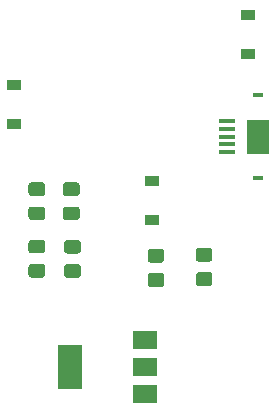
<source format=gbr>
G04 #@! TF.GenerationSoftware,KiCad,Pcbnew,(5.1.5)-3*
G04 #@! TF.CreationDate,2020-03-05T17:26:28+00:00*
G04 #@! TF.ProjectId,DigiSpark.schBackup,44696769-5370-4617-926b-2e7363684261,rev?*
G04 #@! TF.SameCoordinates,PX4f296e0PY8afe530*
G04 #@! TF.FileFunction,Paste,Top*
G04 #@! TF.FilePolarity,Positive*
%FSLAX46Y46*%
G04 Gerber Fmt 4.6, Leading zero omitted, Abs format (unit mm)*
G04 Created by KiCad (PCBNEW (5.1.5)-3) date 2020-03-05 17:26:28*
%MOMM*%
%LPD*%
G04 APERTURE LIST*
%ADD10C,0.100000*%
%ADD11R,1.200000X0.900000*%
%ADD12R,1.350000X0.400000*%
%ADD13R,1.900000X2.900000*%
%ADD14R,0.850000X0.300000*%
%ADD15R,2.000000X3.800000*%
%ADD16R,2.000000X1.500000*%
G04 APERTURE END LIST*
D10*
G36*
X20667505Y14839596D02*
G01*
X20691773Y14835996D01*
X20715572Y14830035D01*
X20738671Y14821770D01*
X20760850Y14811280D01*
X20781893Y14798668D01*
X20801599Y14784053D01*
X20819777Y14767577D01*
X20836253Y14749399D01*
X20850868Y14729693D01*
X20863480Y14708650D01*
X20873970Y14686471D01*
X20882235Y14663372D01*
X20888196Y14639573D01*
X20891796Y14615305D01*
X20893000Y14590801D01*
X20893000Y13940799D01*
X20891796Y13916295D01*
X20888196Y13892027D01*
X20882235Y13868228D01*
X20873970Y13845129D01*
X20863480Y13822950D01*
X20850868Y13801907D01*
X20836253Y13782201D01*
X20819777Y13764023D01*
X20801599Y13747547D01*
X20781893Y13732932D01*
X20760850Y13720320D01*
X20738671Y13709830D01*
X20715572Y13701565D01*
X20691773Y13695604D01*
X20667505Y13692004D01*
X20643001Y13690800D01*
X19742999Y13690800D01*
X19718495Y13692004D01*
X19694227Y13695604D01*
X19670428Y13701565D01*
X19647329Y13709830D01*
X19625150Y13720320D01*
X19604107Y13732932D01*
X19584401Y13747547D01*
X19566223Y13764023D01*
X19549747Y13782201D01*
X19535132Y13801907D01*
X19522520Y13822950D01*
X19512030Y13845129D01*
X19503765Y13868228D01*
X19497804Y13892027D01*
X19494204Y13916295D01*
X19493000Y13940799D01*
X19493000Y14590801D01*
X19494204Y14615305D01*
X19497804Y14639573D01*
X19503765Y14663372D01*
X19512030Y14686471D01*
X19522520Y14708650D01*
X19535132Y14729693D01*
X19549747Y14749399D01*
X19566223Y14767577D01*
X19584401Y14784053D01*
X19604107Y14798668D01*
X19625150Y14811280D01*
X19647329Y14821770D01*
X19670428Y14830035D01*
X19694227Y14835996D01*
X19718495Y14839596D01*
X19742999Y14840800D01*
X20643001Y14840800D01*
X20667505Y14839596D01*
G37*
G36*
X20667505Y16889596D02*
G01*
X20691773Y16885996D01*
X20715572Y16880035D01*
X20738671Y16871770D01*
X20760850Y16861280D01*
X20781893Y16848668D01*
X20801599Y16834053D01*
X20819777Y16817577D01*
X20836253Y16799399D01*
X20850868Y16779693D01*
X20863480Y16758650D01*
X20873970Y16736471D01*
X20882235Y16713372D01*
X20888196Y16689573D01*
X20891796Y16665305D01*
X20893000Y16640801D01*
X20893000Y15990799D01*
X20891796Y15966295D01*
X20888196Y15942027D01*
X20882235Y15918228D01*
X20873970Y15895129D01*
X20863480Y15872950D01*
X20850868Y15851907D01*
X20836253Y15832201D01*
X20819777Y15814023D01*
X20801599Y15797547D01*
X20781893Y15782932D01*
X20760850Y15770320D01*
X20738671Y15759830D01*
X20715572Y15751565D01*
X20691773Y15745604D01*
X20667505Y15742004D01*
X20643001Y15740800D01*
X19742999Y15740800D01*
X19718495Y15742004D01*
X19694227Y15745604D01*
X19670428Y15751565D01*
X19647329Y15759830D01*
X19625150Y15770320D01*
X19604107Y15782932D01*
X19584401Y15797547D01*
X19566223Y15814023D01*
X19549747Y15832201D01*
X19535132Y15851907D01*
X19522520Y15872950D01*
X19512030Y15895129D01*
X19503765Y15918228D01*
X19497804Y15942027D01*
X19494204Y15966295D01*
X19493000Y15990799D01*
X19493000Y16640801D01*
X19494204Y16665305D01*
X19497804Y16689573D01*
X19503765Y16713372D01*
X19512030Y16736471D01*
X19522520Y16758650D01*
X19535132Y16779693D01*
X19549747Y16799399D01*
X19566223Y16817577D01*
X19584401Y16834053D01*
X19604107Y16848668D01*
X19625150Y16861280D01*
X19647329Y16871770D01*
X19670428Y16880035D01*
X19694227Y16885996D01*
X19718495Y16889596D01*
X19742999Y16890800D01*
X20643001Y16890800D01*
X20667505Y16889596D01*
G37*
G36*
X24756905Y16965796D02*
G01*
X24781173Y16962196D01*
X24804972Y16956235D01*
X24828071Y16947970D01*
X24850250Y16937480D01*
X24871293Y16924868D01*
X24890999Y16910253D01*
X24909177Y16893777D01*
X24925653Y16875599D01*
X24940268Y16855893D01*
X24952880Y16834850D01*
X24963370Y16812671D01*
X24971635Y16789572D01*
X24977596Y16765773D01*
X24981196Y16741505D01*
X24982400Y16717001D01*
X24982400Y16066999D01*
X24981196Y16042495D01*
X24977596Y16018227D01*
X24971635Y15994428D01*
X24963370Y15971329D01*
X24952880Y15949150D01*
X24940268Y15928107D01*
X24925653Y15908401D01*
X24909177Y15890223D01*
X24890999Y15873747D01*
X24871293Y15859132D01*
X24850250Y15846520D01*
X24828071Y15836030D01*
X24804972Y15827765D01*
X24781173Y15821804D01*
X24756905Y15818204D01*
X24732401Y15817000D01*
X23832399Y15817000D01*
X23807895Y15818204D01*
X23783627Y15821804D01*
X23759828Y15827765D01*
X23736729Y15836030D01*
X23714550Y15846520D01*
X23693507Y15859132D01*
X23673801Y15873747D01*
X23655623Y15890223D01*
X23639147Y15908401D01*
X23624532Y15928107D01*
X23611920Y15949150D01*
X23601430Y15971329D01*
X23593165Y15994428D01*
X23587204Y16018227D01*
X23583604Y16042495D01*
X23582400Y16066999D01*
X23582400Y16717001D01*
X23583604Y16741505D01*
X23587204Y16765773D01*
X23593165Y16789572D01*
X23601430Y16812671D01*
X23611920Y16834850D01*
X23624532Y16855893D01*
X23639147Y16875599D01*
X23655623Y16893777D01*
X23673801Y16910253D01*
X23693507Y16924868D01*
X23714550Y16937480D01*
X23736729Y16947970D01*
X23759828Y16956235D01*
X23783627Y16962196D01*
X23807895Y16965796D01*
X23832399Y16967000D01*
X24732401Y16967000D01*
X24756905Y16965796D01*
G37*
G36*
X24756905Y14915796D02*
G01*
X24781173Y14912196D01*
X24804972Y14906235D01*
X24828071Y14897970D01*
X24850250Y14887480D01*
X24871293Y14874868D01*
X24890999Y14860253D01*
X24909177Y14843777D01*
X24925653Y14825599D01*
X24940268Y14805893D01*
X24952880Y14784850D01*
X24963370Y14762671D01*
X24971635Y14739572D01*
X24977596Y14715773D01*
X24981196Y14691505D01*
X24982400Y14667001D01*
X24982400Y14016999D01*
X24981196Y13992495D01*
X24977596Y13968227D01*
X24971635Y13944428D01*
X24963370Y13921329D01*
X24952880Y13899150D01*
X24940268Y13878107D01*
X24925653Y13858401D01*
X24909177Y13840223D01*
X24890999Y13823747D01*
X24871293Y13809132D01*
X24850250Y13796520D01*
X24828071Y13786030D01*
X24804972Y13777765D01*
X24781173Y13771804D01*
X24756905Y13768204D01*
X24732401Y13767000D01*
X23832399Y13767000D01*
X23807895Y13768204D01*
X23783627Y13771804D01*
X23759828Y13777765D01*
X23736729Y13786030D01*
X23714550Y13796520D01*
X23693507Y13809132D01*
X23673801Y13823747D01*
X23655623Y13840223D01*
X23639147Y13858401D01*
X23624532Y13878107D01*
X23611920Y13899150D01*
X23601430Y13921329D01*
X23593165Y13944428D01*
X23587204Y13968227D01*
X23583604Y13992495D01*
X23582400Y14016999D01*
X23582400Y14667001D01*
X23583604Y14691505D01*
X23587204Y14715773D01*
X23593165Y14739572D01*
X23601430Y14762671D01*
X23611920Y14784850D01*
X23624532Y14805893D01*
X23639147Y14825599D01*
X23655623Y14843777D01*
X23673801Y14860253D01*
X23693507Y14874868D01*
X23714550Y14887480D01*
X23736729Y14897970D01*
X23759828Y14906235D01*
X23783627Y14912196D01*
X23807895Y14915796D01*
X23832399Y14917000D01*
X24732401Y14917000D01*
X24756905Y14915796D01*
G37*
D11*
X8153400Y27458400D03*
X8153400Y30758400D03*
X19862800Y19355800D03*
X19862800Y22655800D03*
X28016200Y33402000D03*
X28016200Y36702000D03*
D10*
G36*
X13504705Y20478396D02*
G01*
X13528973Y20474796D01*
X13552772Y20468835D01*
X13575871Y20460570D01*
X13598050Y20450080D01*
X13619093Y20437468D01*
X13638799Y20422853D01*
X13656977Y20406377D01*
X13673453Y20388199D01*
X13688068Y20368493D01*
X13700680Y20347450D01*
X13711170Y20325271D01*
X13719435Y20302172D01*
X13725396Y20278373D01*
X13728996Y20254105D01*
X13730200Y20229601D01*
X13730200Y19579599D01*
X13728996Y19555095D01*
X13725396Y19530827D01*
X13719435Y19507028D01*
X13711170Y19483929D01*
X13700680Y19461750D01*
X13688068Y19440707D01*
X13673453Y19421001D01*
X13656977Y19402823D01*
X13638799Y19386347D01*
X13619093Y19371732D01*
X13598050Y19359120D01*
X13575871Y19348630D01*
X13552772Y19340365D01*
X13528973Y19334404D01*
X13504705Y19330804D01*
X13480201Y19329600D01*
X12580199Y19329600D01*
X12555695Y19330804D01*
X12531427Y19334404D01*
X12507628Y19340365D01*
X12484529Y19348630D01*
X12462350Y19359120D01*
X12441307Y19371732D01*
X12421601Y19386347D01*
X12403423Y19402823D01*
X12386947Y19421001D01*
X12372332Y19440707D01*
X12359720Y19461750D01*
X12349230Y19483929D01*
X12340965Y19507028D01*
X12335004Y19530827D01*
X12331404Y19555095D01*
X12330200Y19579599D01*
X12330200Y20229601D01*
X12331404Y20254105D01*
X12335004Y20278373D01*
X12340965Y20302172D01*
X12349230Y20325271D01*
X12359720Y20347450D01*
X12372332Y20368493D01*
X12386947Y20388199D01*
X12403423Y20406377D01*
X12421601Y20422853D01*
X12441307Y20437468D01*
X12462350Y20450080D01*
X12484529Y20460570D01*
X12507628Y20468835D01*
X12531427Y20474796D01*
X12555695Y20478396D01*
X12580199Y20479600D01*
X13480201Y20479600D01*
X13504705Y20478396D01*
G37*
G36*
X13504705Y22528396D02*
G01*
X13528973Y22524796D01*
X13552772Y22518835D01*
X13575871Y22510570D01*
X13598050Y22500080D01*
X13619093Y22487468D01*
X13638799Y22472853D01*
X13656977Y22456377D01*
X13673453Y22438199D01*
X13688068Y22418493D01*
X13700680Y22397450D01*
X13711170Y22375271D01*
X13719435Y22352172D01*
X13725396Y22328373D01*
X13728996Y22304105D01*
X13730200Y22279601D01*
X13730200Y21629599D01*
X13728996Y21605095D01*
X13725396Y21580827D01*
X13719435Y21557028D01*
X13711170Y21533929D01*
X13700680Y21511750D01*
X13688068Y21490707D01*
X13673453Y21471001D01*
X13656977Y21452823D01*
X13638799Y21436347D01*
X13619093Y21421732D01*
X13598050Y21409120D01*
X13575871Y21398630D01*
X13552772Y21390365D01*
X13528973Y21384404D01*
X13504705Y21380804D01*
X13480201Y21379600D01*
X12580199Y21379600D01*
X12555695Y21380804D01*
X12531427Y21384404D01*
X12507628Y21390365D01*
X12484529Y21398630D01*
X12462350Y21409120D01*
X12441307Y21421732D01*
X12421601Y21436347D01*
X12403423Y21452823D01*
X12386947Y21471001D01*
X12372332Y21490707D01*
X12359720Y21511750D01*
X12349230Y21533929D01*
X12340965Y21557028D01*
X12335004Y21580827D01*
X12331404Y21605095D01*
X12330200Y21629599D01*
X12330200Y22279601D01*
X12331404Y22304105D01*
X12335004Y22328373D01*
X12340965Y22352172D01*
X12349230Y22375271D01*
X12359720Y22397450D01*
X12372332Y22418493D01*
X12386947Y22438199D01*
X12403423Y22456377D01*
X12421601Y22472853D01*
X12441307Y22487468D01*
X12462350Y22500080D01*
X12484529Y22510570D01*
X12507628Y22518835D01*
X12531427Y22524796D01*
X12555695Y22528396D01*
X12580199Y22529600D01*
X13480201Y22529600D01*
X13504705Y22528396D01*
G37*
G36*
X13606305Y17651596D02*
G01*
X13630573Y17647996D01*
X13654372Y17642035D01*
X13677471Y17633770D01*
X13699650Y17623280D01*
X13720693Y17610668D01*
X13740399Y17596053D01*
X13758577Y17579577D01*
X13775053Y17561399D01*
X13789668Y17541693D01*
X13802280Y17520650D01*
X13812770Y17498471D01*
X13821035Y17475372D01*
X13826996Y17451573D01*
X13830596Y17427305D01*
X13831800Y17402801D01*
X13831800Y16752799D01*
X13830596Y16728295D01*
X13826996Y16704027D01*
X13821035Y16680228D01*
X13812770Y16657129D01*
X13802280Y16634950D01*
X13789668Y16613907D01*
X13775053Y16594201D01*
X13758577Y16576023D01*
X13740399Y16559547D01*
X13720693Y16544932D01*
X13699650Y16532320D01*
X13677471Y16521830D01*
X13654372Y16513565D01*
X13630573Y16507604D01*
X13606305Y16504004D01*
X13581801Y16502800D01*
X12681799Y16502800D01*
X12657295Y16504004D01*
X12633027Y16507604D01*
X12609228Y16513565D01*
X12586129Y16521830D01*
X12563950Y16532320D01*
X12542907Y16544932D01*
X12523201Y16559547D01*
X12505023Y16576023D01*
X12488547Y16594201D01*
X12473932Y16613907D01*
X12461320Y16634950D01*
X12450830Y16657129D01*
X12442565Y16680228D01*
X12436604Y16704027D01*
X12433004Y16728295D01*
X12431800Y16752799D01*
X12431800Y17402801D01*
X12433004Y17427305D01*
X12436604Y17451573D01*
X12442565Y17475372D01*
X12450830Y17498471D01*
X12461320Y17520650D01*
X12473932Y17541693D01*
X12488547Y17561399D01*
X12505023Y17579577D01*
X12523201Y17596053D01*
X12542907Y17610668D01*
X12563950Y17623280D01*
X12586129Y17633770D01*
X12609228Y17642035D01*
X12633027Y17647996D01*
X12657295Y17651596D01*
X12681799Y17652800D01*
X13581801Y17652800D01*
X13606305Y17651596D01*
G37*
G36*
X13606305Y15601596D02*
G01*
X13630573Y15597996D01*
X13654372Y15592035D01*
X13677471Y15583770D01*
X13699650Y15573280D01*
X13720693Y15560668D01*
X13740399Y15546053D01*
X13758577Y15529577D01*
X13775053Y15511399D01*
X13789668Y15491693D01*
X13802280Y15470650D01*
X13812770Y15448471D01*
X13821035Y15425372D01*
X13826996Y15401573D01*
X13830596Y15377305D01*
X13831800Y15352801D01*
X13831800Y14702799D01*
X13830596Y14678295D01*
X13826996Y14654027D01*
X13821035Y14630228D01*
X13812770Y14607129D01*
X13802280Y14584950D01*
X13789668Y14563907D01*
X13775053Y14544201D01*
X13758577Y14526023D01*
X13740399Y14509547D01*
X13720693Y14494932D01*
X13699650Y14482320D01*
X13677471Y14471830D01*
X13654372Y14463565D01*
X13630573Y14457604D01*
X13606305Y14454004D01*
X13581801Y14452800D01*
X12681799Y14452800D01*
X12657295Y14454004D01*
X12633027Y14457604D01*
X12609228Y14463565D01*
X12586129Y14471830D01*
X12563950Y14482320D01*
X12542907Y14494932D01*
X12523201Y14509547D01*
X12505023Y14526023D01*
X12488547Y14544201D01*
X12473932Y14563907D01*
X12461320Y14584950D01*
X12450830Y14607129D01*
X12442565Y14630228D01*
X12436604Y14654027D01*
X12433004Y14678295D01*
X12431800Y14702799D01*
X12431800Y15352801D01*
X12433004Y15377305D01*
X12436604Y15401573D01*
X12442565Y15425372D01*
X12450830Y15448471D01*
X12461320Y15470650D01*
X12473932Y15491693D01*
X12488547Y15511399D01*
X12505023Y15529577D01*
X12523201Y15546053D01*
X12542907Y15560668D01*
X12563950Y15573280D01*
X12586129Y15583770D01*
X12609228Y15592035D01*
X12633027Y15597996D01*
X12657295Y15601596D01*
X12681799Y15602800D01*
X13581801Y15602800D01*
X13606305Y15601596D01*
G37*
D12*
X26179400Y25090600D03*
X26179400Y25740600D03*
X26179400Y26390600D03*
X26179400Y27690600D03*
X26179400Y27040600D03*
D13*
X28854400Y26390600D03*
D14*
X28854400Y29890600D03*
X28854400Y22890600D03*
D10*
G36*
X10583705Y22528396D02*
G01*
X10607973Y22524796D01*
X10631772Y22518835D01*
X10654871Y22510570D01*
X10677050Y22500080D01*
X10698093Y22487468D01*
X10717799Y22472853D01*
X10735977Y22456377D01*
X10752453Y22438199D01*
X10767068Y22418493D01*
X10779680Y22397450D01*
X10790170Y22375271D01*
X10798435Y22352172D01*
X10804396Y22328373D01*
X10807996Y22304105D01*
X10809200Y22279601D01*
X10809200Y21629599D01*
X10807996Y21605095D01*
X10804396Y21580827D01*
X10798435Y21557028D01*
X10790170Y21533929D01*
X10779680Y21511750D01*
X10767068Y21490707D01*
X10752453Y21471001D01*
X10735977Y21452823D01*
X10717799Y21436347D01*
X10698093Y21421732D01*
X10677050Y21409120D01*
X10654871Y21398630D01*
X10631772Y21390365D01*
X10607973Y21384404D01*
X10583705Y21380804D01*
X10559201Y21379600D01*
X9659199Y21379600D01*
X9634695Y21380804D01*
X9610427Y21384404D01*
X9586628Y21390365D01*
X9563529Y21398630D01*
X9541350Y21409120D01*
X9520307Y21421732D01*
X9500601Y21436347D01*
X9482423Y21452823D01*
X9465947Y21471001D01*
X9451332Y21490707D01*
X9438720Y21511750D01*
X9428230Y21533929D01*
X9419965Y21557028D01*
X9414004Y21580827D01*
X9410404Y21605095D01*
X9409200Y21629599D01*
X9409200Y22279601D01*
X9410404Y22304105D01*
X9414004Y22328373D01*
X9419965Y22352172D01*
X9428230Y22375271D01*
X9438720Y22397450D01*
X9451332Y22418493D01*
X9465947Y22438199D01*
X9482423Y22456377D01*
X9500601Y22472853D01*
X9520307Y22487468D01*
X9541350Y22500080D01*
X9563529Y22510570D01*
X9586628Y22518835D01*
X9610427Y22524796D01*
X9634695Y22528396D01*
X9659199Y22529600D01*
X10559201Y22529600D01*
X10583705Y22528396D01*
G37*
G36*
X10583705Y20478396D02*
G01*
X10607973Y20474796D01*
X10631772Y20468835D01*
X10654871Y20460570D01*
X10677050Y20450080D01*
X10698093Y20437468D01*
X10717799Y20422853D01*
X10735977Y20406377D01*
X10752453Y20388199D01*
X10767068Y20368493D01*
X10779680Y20347450D01*
X10790170Y20325271D01*
X10798435Y20302172D01*
X10804396Y20278373D01*
X10807996Y20254105D01*
X10809200Y20229601D01*
X10809200Y19579599D01*
X10807996Y19555095D01*
X10804396Y19530827D01*
X10798435Y19507028D01*
X10790170Y19483929D01*
X10779680Y19461750D01*
X10767068Y19440707D01*
X10752453Y19421001D01*
X10735977Y19402823D01*
X10717799Y19386347D01*
X10698093Y19371732D01*
X10677050Y19359120D01*
X10654871Y19348630D01*
X10631772Y19340365D01*
X10607973Y19334404D01*
X10583705Y19330804D01*
X10559201Y19329600D01*
X9659199Y19329600D01*
X9634695Y19330804D01*
X9610427Y19334404D01*
X9586628Y19340365D01*
X9563529Y19348630D01*
X9541350Y19359120D01*
X9520307Y19371732D01*
X9500601Y19386347D01*
X9482423Y19402823D01*
X9465947Y19421001D01*
X9451332Y19440707D01*
X9438720Y19461750D01*
X9428230Y19483929D01*
X9419965Y19507028D01*
X9414004Y19530827D01*
X9410404Y19555095D01*
X9409200Y19579599D01*
X9409200Y20229601D01*
X9410404Y20254105D01*
X9414004Y20278373D01*
X9419965Y20302172D01*
X9428230Y20325271D01*
X9438720Y20347450D01*
X9451332Y20368493D01*
X9465947Y20388199D01*
X9482423Y20406377D01*
X9500601Y20422853D01*
X9520307Y20437468D01*
X9541350Y20450080D01*
X9563529Y20460570D01*
X9586628Y20468835D01*
X9610427Y20474796D01*
X9634695Y20478396D01*
X9659199Y20479600D01*
X10559201Y20479600D01*
X10583705Y20478396D01*
G37*
G36*
X10583705Y15617996D02*
G01*
X10607973Y15614396D01*
X10631772Y15608435D01*
X10654871Y15600170D01*
X10677050Y15589680D01*
X10698093Y15577068D01*
X10717799Y15562453D01*
X10735977Y15545977D01*
X10752453Y15527799D01*
X10767068Y15508093D01*
X10779680Y15487050D01*
X10790170Y15464871D01*
X10798435Y15441772D01*
X10804396Y15417973D01*
X10807996Y15393705D01*
X10809200Y15369201D01*
X10809200Y14719199D01*
X10807996Y14694695D01*
X10804396Y14670427D01*
X10798435Y14646628D01*
X10790170Y14623529D01*
X10779680Y14601350D01*
X10767068Y14580307D01*
X10752453Y14560601D01*
X10735977Y14542423D01*
X10717799Y14525947D01*
X10698093Y14511332D01*
X10677050Y14498720D01*
X10654871Y14488230D01*
X10631772Y14479965D01*
X10607973Y14474004D01*
X10583705Y14470404D01*
X10559201Y14469200D01*
X9659199Y14469200D01*
X9634695Y14470404D01*
X9610427Y14474004D01*
X9586628Y14479965D01*
X9563529Y14488230D01*
X9541350Y14498720D01*
X9520307Y14511332D01*
X9500601Y14525947D01*
X9482423Y14542423D01*
X9465947Y14560601D01*
X9451332Y14580307D01*
X9438720Y14601350D01*
X9428230Y14623529D01*
X9419965Y14646628D01*
X9414004Y14670427D01*
X9410404Y14694695D01*
X9409200Y14719199D01*
X9409200Y15369201D01*
X9410404Y15393705D01*
X9414004Y15417973D01*
X9419965Y15441772D01*
X9428230Y15464871D01*
X9438720Y15487050D01*
X9451332Y15508093D01*
X9465947Y15527799D01*
X9482423Y15545977D01*
X9500601Y15562453D01*
X9520307Y15577068D01*
X9541350Y15589680D01*
X9563529Y15600170D01*
X9586628Y15608435D01*
X9610427Y15614396D01*
X9634695Y15617996D01*
X9659199Y15619200D01*
X10559201Y15619200D01*
X10583705Y15617996D01*
G37*
G36*
X10583705Y17667996D02*
G01*
X10607973Y17664396D01*
X10631772Y17658435D01*
X10654871Y17650170D01*
X10677050Y17639680D01*
X10698093Y17627068D01*
X10717799Y17612453D01*
X10735977Y17595977D01*
X10752453Y17577799D01*
X10767068Y17558093D01*
X10779680Y17537050D01*
X10790170Y17514871D01*
X10798435Y17491772D01*
X10804396Y17467973D01*
X10807996Y17443705D01*
X10809200Y17419201D01*
X10809200Y16769199D01*
X10807996Y16744695D01*
X10804396Y16720427D01*
X10798435Y16696628D01*
X10790170Y16673529D01*
X10779680Y16651350D01*
X10767068Y16630307D01*
X10752453Y16610601D01*
X10735977Y16592423D01*
X10717799Y16575947D01*
X10698093Y16561332D01*
X10677050Y16548720D01*
X10654871Y16538230D01*
X10631772Y16529965D01*
X10607973Y16524004D01*
X10583705Y16520404D01*
X10559201Y16519200D01*
X9659199Y16519200D01*
X9634695Y16520404D01*
X9610427Y16524004D01*
X9586628Y16529965D01*
X9563529Y16538230D01*
X9541350Y16548720D01*
X9520307Y16561332D01*
X9500601Y16575947D01*
X9482423Y16592423D01*
X9465947Y16610601D01*
X9451332Y16630307D01*
X9438720Y16651350D01*
X9428230Y16673529D01*
X9419965Y16696628D01*
X9414004Y16720427D01*
X9410404Y16744695D01*
X9409200Y16769199D01*
X9409200Y17419201D01*
X9410404Y17443705D01*
X9414004Y17467973D01*
X9419965Y17491772D01*
X9428230Y17514871D01*
X9438720Y17537050D01*
X9451332Y17558093D01*
X9465947Y17577799D01*
X9482423Y17595977D01*
X9500601Y17612453D01*
X9520307Y17627068D01*
X9541350Y17639680D01*
X9563529Y17650170D01*
X9586628Y17658435D01*
X9610427Y17664396D01*
X9634695Y17667996D01*
X9659199Y17669200D01*
X10559201Y17669200D01*
X10583705Y17667996D01*
G37*
D15*
X12953200Y6883400D03*
D16*
X19253200Y6883400D03*
X19253200Y9183400D03*
X19253200Y4583400D03*
M02*

</source>
